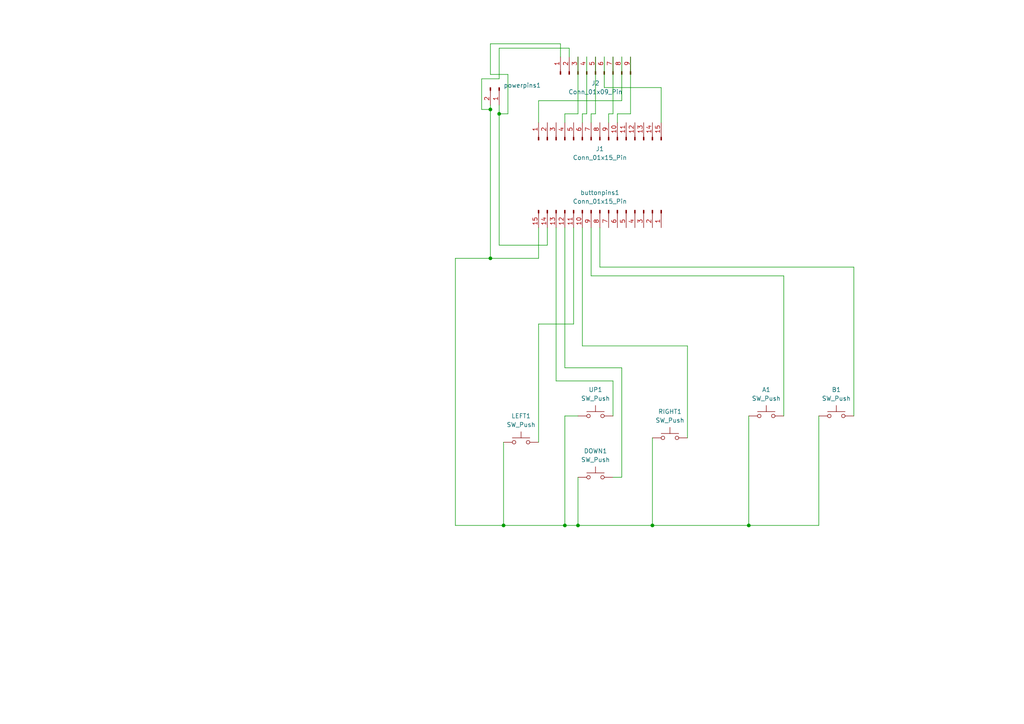
<source format=kicad_sch>
(kicad_sch (version 20250114) (generator "eeschema") (generator_version "9.0")
  (paper "A4")
  (lib_symbols
    (symbol "Connector:Conn_01x02_Pin" (pin_names (offset 1.016) (hide yes))
      (property "Reference" "J" (at 0 2.54 0))
      (property "Value" "Conn_01x02_Pin" (at 0 -5.08 0))
      (symbol "Conn_01x02_Pin_1_1"
        (rectangle (start 0.8636 0.127) (end 0 -0.127) (stroke (width 0.1524)) (fill (type outline)))
        (rectangle (start 0.8636 -2.413) (end 0 -2.667) (stroke (width 0.1524)) (fill (type outline)))
        (polyline (pts (xy 1.27 0) (xy 0.8636 0)) (stroke (width 0.1524)))
        (polyline (pts (xy 1.27 -2.54) (xy 0.8636 -2.54)) (stroke (width 0.1524)))
        (pin passive line (at 5.08 0 180) (length 3.81) (name "Pin_1") (number "1"))
        (pin passive line (at 5.08 -2.54 180) (length 3.81) (name "Pin_2") (number "2"))
      )
    )
    (symbol "Connector:Conn_01x09_Pin" (pin_names (offset 1.016) (hide yes))
      (property "Reference" "J" (at 0 12.7 0))
      (property "Value" "Conn_01x09_Pin" (at 0 -12.7 0))
      (symbol "Conn_01x09_Pin_1_1"
        (rectangle (start 0.8636 10.287) (end 0 10.033) (stroke (width 0.1524)) (fill (type outline)))
        (rectangle (start 0.8636 7.747) (end 0 7.493) (stroke (width 0.1524)) (fill (type outline)))
        (rectangle (start 0.8636 5.207) (end 0 4.953) (stroke (width 0.1524)) (fill (type outline)))
        (rectangle (start 0.8636 2.667) (end 0 2.413) (stroke (width 0.1524)) (fill (type outline)))
        (rectangle (start 0.8636 0.127) (end 0 -0.127) (stroke (width 0.1524)) (fill (type outline)))
        (rectangle (start 0.8636 -2.413) (end 0 -2.667) (stroke (width 0.1524)) (fill (type outline)))
        (rectangle (start 0.8636 -4.953) (end 0 -5.207) (stroke (width 0.1524)) (fill (type outline)))
        (rectangle (start 0.8636 -7.493) (end 0 -7.747) (stroke (width 0.1524)) (fill (type outline)))
        (rectangle (start 0.8636 -10.033) (end 0 -10.287) (stroke (width 0.1524)) (fill (type outline)))
        (polyline (pts (xy 1.27 10.16) (xy 0.8636 10.16)) (stroke (width 0.1524)))
        (polyline (pts (xy 1.27 7.62) (xy 0.8636 7.62)) (stroke (width 0.1524)))
        (polyline (pts (xy 1.27 5.08) (xy 0.8636 5.08)) (stroke (width 0.1524)))
        (polyline (pts (xy 1.27 2.54) (xy 0.8636 2.54)) (stroke (width 0.1524)))
        (polyline (pts (xy 1.27 0) (xy 0.8636 0)) (stroke (width 0.1524)))
        (polyline (pts (xy 1.27 -2.54) (xy 0.8636 -2.54)) (stroke (width 0.1524)))
        (polyline (pts (xy 1.27 -5.08) (xy 0.8636 -5.08)) (stroke (width 0.1524)))
        (polyline (pts (xy 1.27 -7.62) (xy 0.8636 -7.62)) (stroke (width 0.1524)))
        (polyline (pts (xy 1.27 -10.16) (xy 0.8636 -10.16)) (stroke (width 0.1524)))
        (pin passive line (at 5.08 10.16 180) (length 3.81) (name "Pin_1") (number "1"))
        (pin passive line (at 5.08 7.62 180) (length 3.81) (name "Pin_2") (number "2"))
        (pin passive line (at 5.08 5.08 180) (length 3.81) (name "Pin_3") (number "3"))
        (pin passive line (at 5.08 2.54 180) (length 3.81) (name "Pin_4") (number "4"))
        (pin passive line (at 5.08 0 180) (length 3.81) (name "Pin_5") (number "5"))
        (pin passive line (at 5.08 -2.54 180) (length 3.81) (name "Pin_6") (number "6"))
        (pin passive line (at 5.08 -5.08 180) (length 3.81) (name "Pin_7") (number "7"))
        (pin passive line (at 5.08 -7.62 180) (length 3.81) (name "Pin_8") (number "8"))
        (pin passive line (at 5.08 -10.16 180) (length 3.81) (name "Pin_9") (number "9"))
      )
    )
    (symbol "Connector:Conn_01x15_Pin" (pin_names (offset 1.016) (hide yes))
      (property "Reference" "J" (at 0 20.32 0))
      (property "Value" "Conn_01x15_Pin" (at 0 -20.32 0))
      (symbol "Conn_01x15_Pin_1_1"
        (rectangle (start 0.8636 17.907) (end 0 17.653) (stroke (width 0.1524)) (fill (type outline)))
        (rectangle (start 0.8636 15.367) (end 0 15.113) (stroke (width 0.1524)) (fill (type outline)))
        (rectangle (start 0.8636 12.827) (end 0 12.573) (stroke (width 0.1524)) (fill (type outline)))
        (rectangle (start 0.8636 10.287) (end 0 10.033) (stroke (width 0.1524)) (fill (type outline)))
        (rectangle (start 0.8636 7.747) (end 0 7.493) (stroke (width 0.1524)) (fill (type outline)))
        (rectangle (start 0.8636 5.207) (end 0 4.953) (stroke (width 0.1524)) (fill (type outline)))
        (rectangle (start 0.8636 2.667) (end 0 2.413) (stroke (width 0.1524)) (fill (type outline)))
        (rectangle (start 0.8636 0.127) (end 0 -0.127) (stroke (width 0.1524)) (fill (type outline)))
        (rectangle (start 0.8636 -2.413) (end 0 -2.667) (stroke (width 0.1524)) (fill (type outline)))
        (rectangle (start 0.8636 -4.953) (end 0 -5.207) (stroke (width 0.1524)) (fill (type outline)))
        (rectangle (start 0.8636 -7.493) (end 0 -7.747) (stroke (width 0.1524)) (fill (type outline)))
        (rectangle (start 0.8636 -10.033) (end 0 -10.287) (stroke (width 0.1524)) (fill (type outline)))
        (rectangle (start 0.8636 -12.573) (end 0 -12.827) (stroke (width 0.1524)) (fill (type outline)))
        (rectangle (start 0.8636 -15.113) (end 0 -15.367) (stroke (width 0.1524)) (fill (type outline)))
        (rectangle (start 0.8636 -17.653) (end 0 -17.907) (stroke (width 0.1524)) (fill (type outline)))
        (polyline (pts (xy 1.27 17.78) (xy 0.8636 17.78)) (stroke (width 0.1524)))
        (polyline (pts (xy 1.27 15.24) (xy 0.8636 15.24)) (stroke (width 0.1524)))
        (polyline (pts (xy 1.27 12.7) (xy 0.8636 12.7)) (stroke (width 0.1524)))
        (polyline (pts (xy 1.27 10.16) (xy 0.8636 10.16)) (stroke (width 0.1524)))
        (polyline (pts (xy 1.27 7.62) (xy 0.8636 7.62)) (stroke (width 0.1524)))
        (polyline (pts (xy 1.27 5.08) (xy 0.8636 5.08)) (stroke (width 0.1524)))
        (polyline (pts (xy 1.27 2.54) (xy 0.8636 2.54)) (stroke (width 0.1524)))
        (polyline (pts (xy 1.27 0) (xy 0.8636 0)) (stroke (width 0.1524)))
        (polyline (pts (xy 1.27 -2.54) (xy 0.8636 -2.54)) (stroke (width 0.1524)))
        (polyline (pts (xy 1.27 -5.08) (xy 0.8636 -5.08)) (stroke (width 0.1524)))
        (polyline (pts (xy 1.27 -7.62) (xy 0.8636 -7.62)) (stroke (width 0.1524)))
        (polyline (pts (xy 1.27 -10.16) (xy 0.8636 -10.16)) (stroke (width 0.1524)))
        (polyline (pts (xy 1.27 -12.7) (xy 0.8636 -12.7)) (stroke (width 0.1524)))
        (polyline (pts (xy 1.27 -15.24) (xy 0.8636 -15.24)) (stroke (width 0.1524)))
        (polyline (pts (xy 1.27 -17.78) (xy 0.8636 -17.78)) (stroke (width 0.1524)))
        (pin passive line (at 5.08 17.78 180) (length 3.81) (name "Pin_1") (number "1"))
        (pin passive line (at 5.08 15.24 180) (length 3.81) (name "Pin_2") (number "2"))
        (pin passive line (at 5.08 12.7 180) (length 3.81) (name "Pin_3") (number "3"))
        (pin passive line (at 5.08 10.16 180) (length 3.81) (name "Pin_4") (number "4"))
        (pin passive line (at 5.08 7.62 180) (length 3.81) (name "Pin_5") (number "5"))
        (pin passive line (at 5.08 5.08 180) (length 3.81) (name "Pin_6") (number "6"))
        (pin passive line (at 5.08 2.54 180) (length 3.81) (name "Pin_7") (number "7"))
        (pin passive line (at 5.08 0 180) (length 3.81) (name "Pin_8") (number "8"))
        (pin passive line (at 5.08 -2.54 180) (length 3.81) (name "Pin_9") (number "9"))
        (pin passive line (at 5.08 -5.08 180) (length 3.81) (name "Pin_10") (number "10"))
        (pin passive line (at 5.08 -7.62 180) (length 3.81) (name "Pin_11") (number "11"))
        (pin passive line (at 5.08 -10.16 180) (length 3.81) (name "Pin_12") (number "12"))
        (pin passive line (at 5.08 -12.7 180) (length 3.81) (name "Pin_13") (number "13"))
        (pin passive line (at 5.08 -15.24 180) (length 3.81) (name "Pin_14") (number "14"))
        (pin passive line (at 5.08 -17.78 180) (length 3.81) (name "Pin_15") (number "15"))
      )
    )
    (symbol "Switch:SW_Push" (pin_numbers (hide yes)) (pin_names (offset 1.016) (hide yes))
      (property "Reference" "SW" (at 1.27 2.54 0))
      (property "Value" "SW_Push" (at 0 -1.524 0))
      (symbol "SW_Push_0_1"
        (circle (center -2.032 0) (radius 0.508))
        (polyline (pts (xy 0 1.27) (xy 0 3.048)))
        (circle (center 2.032 0) (radius 0.508))
        (polyline (pts (xy 2.54 1.27) (xy -2.54 1.27)))
        (pin passive line (at -5.08 0 0) (length 2.54) (name "1") (number "1"))
        (pin passive line (at 5.08 0 180) (length 2.54) (name "2") (number "2"))
      )
    )
  )
  (junction (at 146.05 152.4))
  (junction (at 167.64 152.4))
  (junction (at 217.17 152.4))
  (junction (at 189.23 152.4))
  (junction (at 142.24 31.75))
  (junction (at 144.78 33.02))
  (junction (at 142.24 74.93))
  (junction (at 163.83 152.4))
  (wire (pts (xy 217.17 152.4) (xy 237.49 152.4)))
  (wire (pts (xy 199.39 100.33) (xy 199.39 127)))
  (wire (pts (xy 147.32 21.59) (xy 147.32 33.02)))
  (wire (pts (xy 156.21 93.98) (xy 156.21 128.27)))
  (wire (pts (xy 171.45 33.02) (xy 171.45 35.56)))
  (wire (pts (xy 217.17 120.65) (xy 217.17 152.4)))
  (wire (pts (xy 165.1 13.97) (xy 144.78 13.97)))
  (wire (pts (xy 176.53 33.02) (xy 176.53 35.56)))
  (wire (pts (xy 168.91 100.33) (xy 199.39 100.33)))
  (wire (pts (xy 156.21 74.93) (xy 142.24 74.93)))
  (wire (pts (xy 156.21 29.21) (xy 156.21 35.56)))
  (wire (pts (xy 144.78 22.86) (xy 139.7 22.86)))
  (wire (pts (xy 177.8 16.51) (xy 177.8 33.02)))
  (wire (pts (xy 180.34 29.21) (xy 156.21 29.21)))
  (wire (pts (xy 170.18 16.51) (xy 170.18 33.02)))
  (wire (pts (xy 142.24 12.7) (xy 142.24 21.59)))
  (wire (pts (xy 189.23 127) (xy 189.23 152.4)))
  (wire (pts (xy 167.64 152.4) (xy 189.23 152.4)))
  (wire (pts (xy 227.33 120.65) (xy 227.33 80.01)))
  (wire (pts (xy 180.34 106.68) (xy 180.34 138.43)))
  (wire (pts (xy 163.83 120.65) (xy 163.83 152.4)))
  (wire (pts (xy 180.34 16.51) (xy 180.34 29.21)))
  (wire (pts (xy 168.91 33.02) (xy 168.91 35.56)))
  (wire (pts (xy 161.29 66.04) (xy 161.29 110.49)))
  (wire (pts (xy 144.78 30.48) (xy 144.78 33.02)))
  (wire (pts (xy 139.7 31.75) (xy 142.24 31.75)))
  (wire (pts (xy 167.64 33.02) (xy 163.83 33.02)))
  (wire (pts (xy 162.56 12.7) (xy 162.56 16.51)))
  (wire (pts (xy 172.72 16.51) (xy 172.72 33.02)))
  (wire (pts (xy 144.78 71.12) (xy 158.75 71.12)))
  (wire (pts (xy 227.33 80.01) (xy 171.45 80.01)))
  (wire (pts (xy 173.99 66.04) (xy 173.99 77.47)))
  (wire (pts (xy 182.88 33.02) (xy 179.07 33.02)))
  (wire (pts (xy 180.34 138.43) (xy 177.8 138.43)))
  (wire (pts (xy 139.7 22.86) (xy 139.7 31.75)))
  (wire (pts (xy 168.91 66.04) (xy 168.91 100.33)))
  (wire (pts (xy 175.26 16.51) (xy 175.26 25.4)))
  (wire (pts (xy 182.88 16.51) (xy 182.88 33.02)))
  (wire (pts (xy 163.83 33.02) (xy 163.83 35.56)))
  (wire (pts (xy 166.37 93.98) (xy 156.21 93.98)))
  (wire (pts (xy 163.83 106.68) (xy 180.34 106.68)))
  (wire (pts (xy 177.8 110.49) (xy 177.8 120.65)))
  (wire (pts (xy 179.07 33.02) (xy 179.07 35.56)))
  (wire (pts (xy 146.05 128.27) (xy 146.05 152.4)))
  (wire (pts (xy 142.24 74.93) (xy 132.08 74.93)))
  (wire (pts (xy 177.8 33.02) (xy 176.53 33.02)))
  (wire (pts (xy 156.21 66.04) (xy 156.21 74.93)))
  (wire (pts (xy 167.64 120.65) (xy 163.83 120.65)))
  (wire (pts (xy 144.78 13.97) (xy 144.78 22.86)))
  (wire (pts (xy 144.78 33.02) (xy 144.78 71.12)))
  (wire (pts (xy 170.18 33.02) (xy 168.91 33.02)))
  (wire (pts (xy 189.23 152.4) (xy 217.17 152.4)))
  (wire (pts (xy 142.24 31.75) (xy 142.24 74.93)))
  (wire (pts (xy 167.64 138.43) (xy 167.64 152.4)))
  (wire (pts (xy 142.24 30.48) (xy 142.24 31.75)))
  (wire (pts (xy 132.08 152.4) (xy 146.05 152.4)))
  (wire (pts (xy 165.1 16.51) (xy 165.1 13.97)))
  (wire (pts (xy 247.65 120.65) (xy 247.65 77.47)))
  (wire (pts (xy 167.64 16.51) (xy 167.64 33.02)))
  (wire (pts (xy 142.24 12.7) (xy 162.56 12.7)))
  (wire (pts (xy 237.49 152.4) (xy 237.49 120.65)))
  (wire (pts (xy 191.77 25.4) (xy 191.77 35.56)))
  (wire (pts (xy 163.83 66.04) (xy 163.83 106.68)))
  (wire (pts (xy 172.72 33.02) (xy 171.45 33.02)))
  (wire (pts (xy 175.26 25.4) (xy 191.77 25.4)))
  (wire (pts (xy 171.45 80.01) (xy 171.45 66.04)))
  (wire (pts (xy 146.05 152.4) (xy 163.83 152.4)))
  (wire (pts (xy 142.24 21.59) (xy 147.32 21.59)))
  (wire (pts (xy 132.08 74.93) (xy 132.08 152.4)))
  (wire (pts (xy 247.65 77.47) (xy 173.99 77.47)))
  (wire (pts (xy 166.37 66.04) (xy 166.37 93.98)))
  (wire (pts (xy 158.75 71.12) (xy 158.75 66.04)))
  (wire (pts (xy 147.32 33.02) (xy 144.78 33.02)))
  (wire (pts (xy 163.83 152.4) (xy 167.64 152.4)))
  (wire (pts (xy 161.29 110.49) (xy 177.8 110.49)))
  (symbol (lib_id "Connector:Conn_01x15_Pin") (at 173.99 60.96 270) (unit 1)
    (property "Reference" "buttonpins1" (at 173.99 55.88 90))
    (property "Value" "Conn_01x15_Pin" (at 173.99 58.42 90))
    (property "Footprint" "Connector_PinHeader_2.54mm:PinHeader_1x15_P2.54mm_Vertical" (effects (hide yes)))
    (property "Description" "Generic connector, single row, 01x15, script generated" (effects (hide yes)))
  )
  (symbol (lib_id "Connector:Conn_01x15_Pin") (at 173.99 40.64 90) (unit 1)
    (property "Reference" "J1" (at 173.99 43.18 90))
    (property "Value" "Conn_01x15_Pin" (at 173.99 45.72 90))
    (property "Footprint" "Connector_PinHeader_2.54mm:PinHeader_1x15_P2.54mm_Vertical" (effects (hide yes)))
    (property "Description" "Generic connector, single row, 01x15, script generated" (effects (hide yes)))
  )
  (symbol (lib_id "Switch:SW_Push") (at 172.72 120.65 0) (unit 1)
    (property "Reference" "UP1" (at 172.72 113.03 0))
    (property "Value" "SW_Push" (at 172.72 115.57 0))
    (property "Footprint" "Button_Switch_THT:SW_PUSH_6mm_H5mm" (effects (hide yes)))
    (property "Description" "Push button switch, generic, two pins" (effects (hide yes)))
  )
  (symbol (lib_id "Switch:SW_Push") (at 242.57 120.65 0) (unit 1)
    (property "Reference" "B1" (at 242.57 113.03 0))
    (property "Value" "SW_Push" (at 242.57 115.57 0))
    (property "Footprint" "Button_Switch_THT:SW_PUSH_6mm_H5mm" (effects (hide yes)))
    (property "Description" "Push button switch, generic, two pins" (effects (hide yes)))
  )
  (symbol (lib_id "Switch:SW_Push") (at 172.72 138.43 0) (unit 1)
    (property "Reference" "DOWN1" (at 172.72 130.81 0))
    (property "Value" "SW_Push" (at 172.72 133.35 0))
    (property "Footprint" "Button_Switch_THT:SW_PUSH_6mm_H5mm" (effects (hide yes)))
    (property "Description" "Push button switch, generic, two pins" (effects (hide yes)))
  )
  (symbol (lib_id "Switch:SW_Push") (at 222.25 120.65 0) (unit 1)
    (property "Reference" "A1" (at 222.25 113.03 0))
    (property "Value" "SW_Push" (at 222.25 115.57 0))
    (property "Footprint" "Button_Switch_THT:SW_PUSH_6mm_H5mm" (effects (hide yes)))
    (property "Description" "Push button switch, generic, two pins" (effects (hide yes)))
  )
  (symbol (lib_id "Switch:SW_Push") (at 194.31 127 0) (unit 1)
    (property "Reference" "RIGHT1" (at 194.31 119.38 0))
    (property "Value" "SW_Push" (at 194.31 121.92 0))
    (property "Footprint" "Button_Switch_THT:SW_PUSH_6mm_H5mm" (effects (hide yes)))
    (property "Description" "Push button switch, generic, two pins" (effects (hide yes)))
  )
  (symbol (lib_id "Connector:Conn_01x02_Pin") (at 144.78 25.4 270) (unit 1)
    (property "Reference" "powerpins1" (at 146.05 24.7649 90) (effects (justify left)))
    (property "Value" "Conn_01x02_Pin" (effects (hide yes)))
    (property "Footprint" "Connector_PinHeader_2.54mm:PinHeader_1x02_P2.54mm_Vertical" (effects (hide yes)))
    (property "Description" "Generic connector, single row, 01x02, script generated" (effects (hide yes)))
  )
  (symbol (lib_id "Switch:SW_Push") (at 151.13 128.27 0) (unit 1)
    (property "Reference" "LEFT1" (at 151.13 120.65 0))
    (property "Value" "SW_Push" (at 151.13 123.19 0))
    (property "Footprint" "Button_Switch_THT:SW_PUSH_6mm_H5mm" (effects (hide yes)))
    (property "Description" "Push button switch, generic, two pins" (effects (hide yes)))
  )
  (symbol (lib_id "Connector:Conn_01x09_Pin") (at 172.72 21.59 90) (unit 1)
    (property "Reference" "J2" (at 172.72 24.13 90))
    (property "Value" "Conn_01x09_Pin" (at 172.72 26.67 90))
    (property "Footprint" "Connector_PinHeader_2.54mm:PinHeader_1x09_P2.54mm_Vertical" (effects (hide yes)))
    (property "Description" "Generic connector, single row, 01x09, script generated" (effects (hide yes)))
  )
)
</source>
